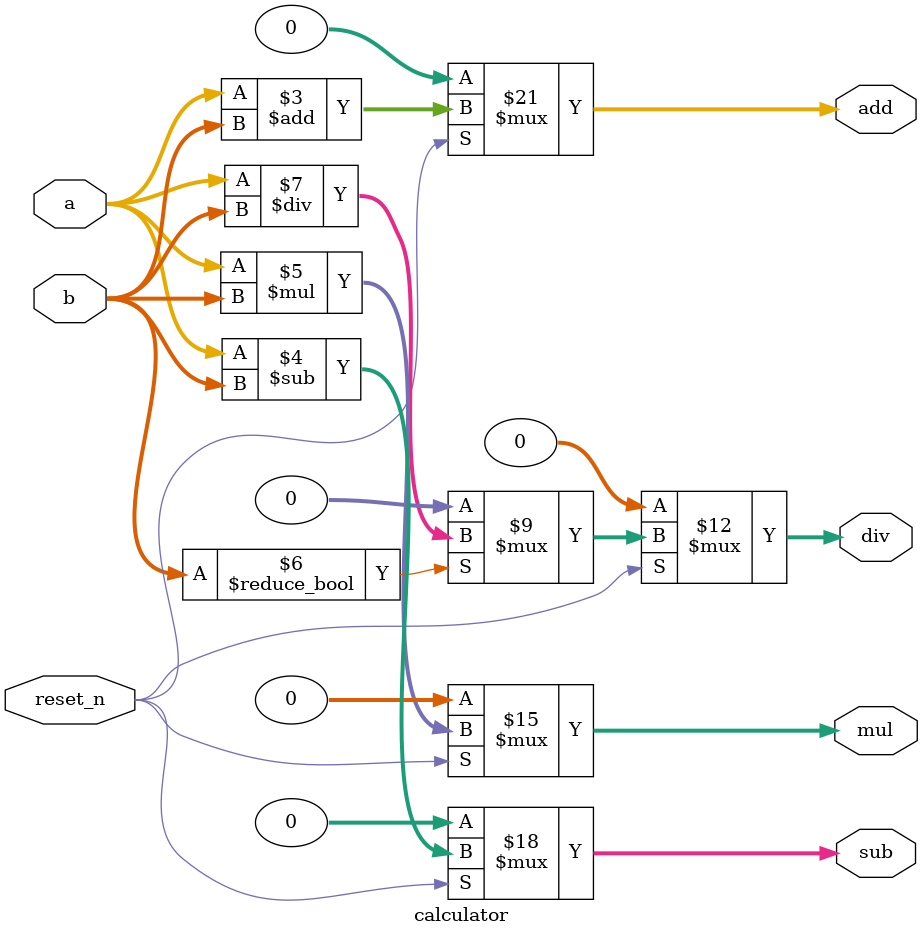
<source format=v>
module calculator(
    input  [31:0] a,
    input  [31:0] b,
    input  reset_n,
    output  reg [31:0] add,
    output  reg [31:0] sub,
    output  reg [31:0] mul,
    output  reg [31:0] div
);

    always @(a, b, reset_n) begin
        if(!reset_n) begin
            add <= 0;
            sub <= 0;
            mul <= 0;
            div <= 0;
        end else begin
            add <= a + b;
            sub <= a - b;
            mul <= a * b;
            if(b != 0) begin
                div <= a / b;
            end else begin
                div <= 0;
            end
        end
    end

endmodule
</source>
